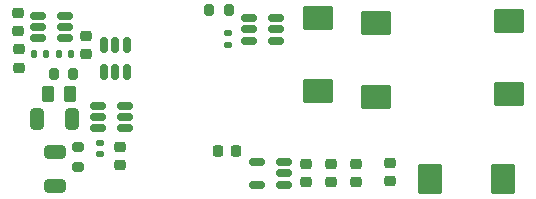
<source format=gbr>
%TF.GenerationSoftware,KiCad,Pcbnew,7.0.6*%
%TF.CreationDate,2023-11-06T16:55:08+11:00*%
%TF.ProjectId,turbidity_sensor_v2,74757262-6964-4697-9479-5f73656e736f,0.1.0*%
%TF.SameCoordinates,Original*%
%TF.FileFunction,Paste,Bot*%
%TF.FilePolarity,Positive*%
%FSLAX46Y46*%
G04 Gerber Fmt 4.6, Leading zero omitted, Abs format (unit mm)*
G04 Created by KiCad (PCBNEW 7.0.6) date 2023-11-06 16:55:08*
%MOMM*%
%LPD*%
G01*
G04 APERTURE LIST*
G04 Aperture macros list*
%AMRoundRect*
0 Rectangle with rounded corners*
0 $1 Rounding radius*
0 $2 $3 $4 $5 $6 $7 $8 $9 X,Y pos of 4 corners*
0 Add a 4 corners polygon primitive as box body*
4,1,4,$2,$3,$4,$5,$6,$7,$8,$9,$2,$3,0*
0 Add four circle primitives for the rounded corners*
1,1,$1+$1,$2,$3*
1,1,$1+$1,$4,$5*
1,1,$1+$1,$6,$7*
1,1,$1+$1,$8,$9*
0 Add four rect primitives between the rounded corners*
20,1,$1+$1,$2,$3,$4,$5,0*
20,1,$1+$1,$4,$5,$6,$7,0*
20,1,$1+$1,$6,$7,$8,$9,0*
20,1,$1+$1,$8,$9,$2,$3,0*%
G04 Aperture macros list end*
%ADD10RoundRect,0.200000X0.200000X0.275000X-0.200000X0.275000X-0.200000X-0.275000X0.200000X-0.275000X0*%
%ADD11RoundRect,0.250000X-1.025000X0.787500X-1.025000X-0.787500X1.025000X-0.787500X1.025000X0.787500X0*%
%ADD12RoundRect,0.150000X0.512500X0.150000X-0.512500X0.150000X-0.512500X-0.150000X0.512500X-0.150000X0*%
%ADD13RoundRect,0.225000X-0.250000X0.225000X-0.250000X-0.225000X0.250000X-0.225000X0.250000X0.225000X0*%
%ADD14RoundRect,0.250000X0.325000X0.650000X-0.325000X0.650000X-0.325000X-0.650000X0.325000X-0.650000X0*%
%ADD15RoundRect,0.225000X-0.225000X-0.250000X0.225000X-0.250000X0.225000X0.250000X-0.225000X0.250000X0*%
%ADD16RoundRect,0.250000X-0.650000X0.325000X-0.650000X-0.325000X0.650000X-0.325000X0.650000X0.325000X0*%
%ADD17RoundRect,0.225000X0.250000X-0.225000X0.250000X0.225000X-0.250000X0.225000X-0.250000X-0.225000X0*%
%ADD18RoundRect,0.150000X-0.512500X-0.150000X0.512500X-0.150000X0.512500X0.150000X-0.512500X0.150000X0*%
%ADD19RoundRect,0.250000X-0.262500X-0.450000X0.262500X-0.450000X0.262500X0.450000X-0.262500X0.450000X0*%
%ADD20RoundRect,0.150000X0.150000X-0.512500X0.150000X0.512500X-0.150000X0.512500X-0.150000X-0.512500X0*%
%ADD21RoundRect,0.135000X0.135000X0.185000X-0.135000X0.185000X-0.135000X-0.185000X0.135000X-0.185000X0*%
%ADD22RoundRect,0.250000X0.787500X1.025000X-0.787500X1.025000X-0.787500X-1.025000X0.787500X-1.025000X0*%
%ADD23RoundRect,0.140000X0.170000X-0.140000X0.170000X0.140000X-0.170000X0.140000X-0.170000X-0.140000X0*%
%ADD24RoundRect,0.140000X-0.170000X0.140000X-0.170000X-0.140000X0.170000X-0.140000X0.170000X0.140000X0*%
%ADD25RoundRect,0.200000X0.275000X-0.200000X0.275000X0.200000X-0.275000X0.200000X-0.275000X-0.200000X0*%
G04 APERTURE END LIST*
D10*
%TO.C,R3*%
X118626044Y-101328006D03*
X116976044Y-101328006D03*
%TD*%
D11*
%TO.C,C9*%
X126225915Y-101972873D03*
X126225915Y-108197873D03*
%TD*%
D12*
%TO.C,U4*%
X123297787Y-114180984D03*
X123297787Y-115130984D03*
X123297787Y-116080984D03*
X121022787Y-116080984D03*
X121022787Y-114180984D03*
%TD*%
D13*
%TO.C,C7*%
X127322719Y-114301764D03*
X127322719Y-115851764D03*
%TD*%
D14*
%TO.C,C36*%
X105334460Y-110570944D03*
X102384460Y-110570944D03*
%TD*%
D15*
%TO.C,C10*%
X117698575Y-113226425D03*
X119248575Y-113226425D03*
%TD*%
D12*
%TO.C,U9*%
X104774685Y-101776533D03*
X104774685Y-102726533D03*
X104774685Y-103676533D03*
X102499685Y-103676533D03*
X102499685Y-102726533D03*
X102499685Y-101776533D03*
%TD*%
D16*
%TO.C,C17*%
X103947061Y-113296863D03*
X103947061Y-116246863D03*
%TD*%
D13*
%TO.C,C21*%
X100826698Y-101531588D03*
X100826698Y-103081588D03*
%TD*%
D17*
%TO.C,C22*%
X106524944Y-105038488D03*
X106524944Y-103488488D03*
%TD*%
D11*
%TO.C,C11*%
X131107077Y-102407446D03*
X131107077Y-108632446D03*
%TD*%
D13*
%TO.C,C2*%
X132295440Y-114258082D03*
X132295440Y-115808082D03*
%TD*%
D18*
%TO.C,U2*%
X120330417Y-103895681D03*
X120330417Y-102945681D03*
X120330417Y-101995681D03*
X122605417Y-101995681D03*
X122605417Y-102945681D03*
X122605417Y-103895681D03*
%TD*%
D19*
%TO.C,R19*%
X103329100Y-108440203D03*
X105154100Y-108440203D03*
%TD*%
D20*
%TO.C,U5*%
X109980397Y-106543265D03*
X109030397Y-106543265D03*
X108080397Y-106543265D03*
X108080397Y-104268265D03*
X109030397Y-104268265D03*
X109980397Y-104268265D03*
%TD*%
D13*
%TO.C,C4*%
X129447227Y-114329735D03*
X129447227Y-115879735D03*
%TD*%
D21*
%TO.C,R12*%
X105255020Y-105028794D03*
X104235020Y-105028794D03*
%TD*%
D13*
%TO.C,C8*%
X125156554Y-114321139D03*
X125156554Y-115871139D03*
%TD*%
D22*
%TO.C,C38*%
X141864765Y-115629643D03*
X135639765Y-115629643D03*
%TD*%
D11*
%TO.C,C12*%
X142341913Y-102228249D03*
X142341913Y-108453249D03*
%TD*%
D23*
%TO.C,C1*%
X118554586Y-104230574D03*
X118554586Y-103270574D03*
%TD*%
D24*
%TO.C,C14*%
X107700155Y-112553626D03*
X107700155Y-113513626D03*
%TD*%
D25*
%TO.C,R8*%
X105857151Y-114556063D03*
X105857151Y-112906063D03*
%TD*%
D21*
%TO.C,R11*%
X103134799Y-105028794D03*
X102114799Y-105028794D03*
%TD*%
D13*
%TO.C,C15*%
X109396527Y-112878238D03*
X109396527Y-114428238D03*
%TD*%
D12*
%TO.C,U8*%
X109816436Y-109435368D03*
X109816436Y-110385368D03*
X109816436Y-111335368D03*
X107541436Y-111335368D03*
X107541436Y-110385368D03*
X107541436Y-109435368D03*
%TD*%
D10*
%TO.C,R20*%
X105490760Y-106703204D03*
X103840760Y-106703204D03*
%TD*%
D17*
%TO.C,C20*%
X100837893Y-106197969D03*
X100837893Y-104647969D03*
%TD*%
M02*

</source>
